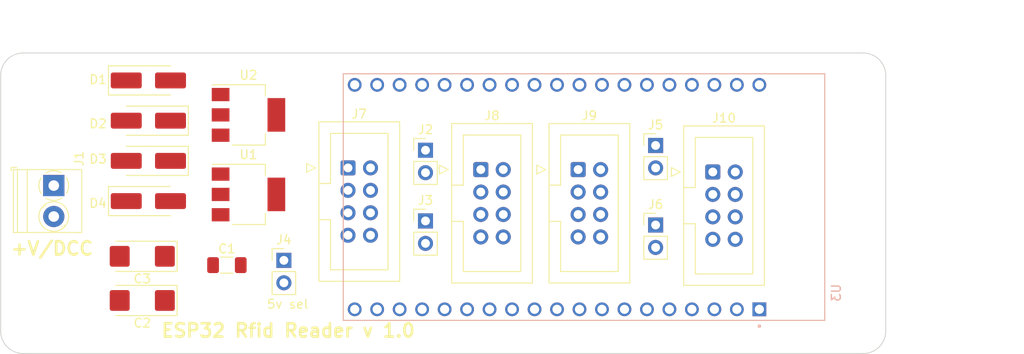
<source format=kicad_pcb>
(kicad_pcb (version 20221018) (generator pcbnew)
  (layers (0 "F.Cu" signal) (31 "B.Cu" signal) (34 "B.Paste" user) (35 "F.Paste" user) (36 "B.SilkS" user "B.Silkscreen") (37 "F.SilkS" user "F.Silkscreen") (38 "B.Mask" user) (39 "F.Mask" user) (44 "Edge.Cuts" user))
  (net 0 "")
  (net 1 "/5V")
  (net 2 "/GND")
  (net 3 "/+V")
  (net 4 "/DCC1")
  (net 5 "/DCC2")
  (net 6 "/3V3")
  (net 10 "/IRQ1")
  (net 11 "/IRQ2")
  (net 12 "/IRQ3")
  (net 13 "/IRQ4")
  (net 34 "/CS1")
  (net 35 "/SCK")
  (net 36 "/MOSI")
  (net 37 "/MISO")
  (net 38 "/EXT_5V")
  (net 39 "/RST")
  (net 40 "/CS2")
  (net 41 "/CS3")
  (net 42 "/CS4")
  (net 43 "/IO32")
  (net 44 "/IO33")
  (net 45 "/IO34")
  (net 46 "/IO35")
  (footprint "Capacitor_Tantalum_SMD:CP_EIA-6032-20_AVX-F_Pad2.25x2.35mm_HandSolder" (layer "F.Cu") (at 125 77 180)
    (fp_text reference "C2" (at 0 -2.55) (layer "F.SilkS"))
    (fp_text value "10uF/25V")
    (fp_line (start -3.935 -1.71) (end -3.935 1.71) (stroke (width 0.12)) (layer "F.SilkS"))
    (fp_line (start -3.935 1.71) (end 3 1.71) (stroke (width 0.12)) (layer "F.SilkS"))
    (fp_line (start 3 -1.71) (end -3.935 -1.71) (stroke (width 0.12)) (layer "F.SilkS"))
    (pad "1" smd roundrect (at -2.55 0 180) (size 2.25 2.35) (layers "F.Cu" "F.Paste" "F.Mask") (roundrect_rratio 0.1111111111) (net 3 "/+V"))
    (pad "2" smd roundrect (at 2.55 0 180) (size 2.25 2.35) (layers "F.Cu" "F.Paste" "F.Mask") (roundrect_rratio 0.1111111111) (net 2 "/GND"))
  )
  (footprint "Connector_IDC:IDC-Header_2x04_P2.54mm_Vertical" (layer "F.Cu") (at 148.2475 62)
    (fp_text reference "J7" (at 1.27 -6.1) (layer "F.SilkS"))
    (fp_text value "IDC1")
    (fp_line (start -4.68 -0.5) (end -4.68 0.5) (stroke (width 0.12)) (layer "F.SilkS"))
    (fp_line (start -4.68 0.5) (end -3.68 0) (stroke (width 0.12)) (layer "F.SilkS"))
    (fp_line (start -3.68 0) (end -4.68 -0.5) (stroke (width 0.12)) (layer "F.SilkS"))
    (fp_line (start -3.29 -5.21) (end 5.83 -5.21) (stroke (width 0.12)) (layer "F.SilkS"))
    (fp_line (start -3.29 1.76) (end -1.98 1.76) (stroke (width 0.12)) (layer "F.SilkS"))
    (fp_line (start -3.29 12.83) (end -3.29 -5.21) (stroke (width 0.12)) (layer "F.SilkS"))
    (fp_line (start -1.98 -3.91) (end 4.52 -3.91) (stroke (width 0.12)) (layer "F.SilkS"))
    (fp_line (start -1.98 1.76) (end -1.98 -3.91) (stroke (width 0.12)) (layer "F.SilkS"))
    (fp_line (start -1.98 5.86) (end -3.29 5.86) (stroke (width 0.12)) (layer "F.SilkS"))
    (fp_line (start -1.98 5.86) (end -1.98 5.86) (stroke (width 0.12)) (layer "F.SilkS"))
    (fp_line (start -1.98 11.53) (end -1.98 5.86) (stroke (width 0.12)) (layer "F.SilkS"))
    (fp_line (start 4.52 -3.91) (end 4.52 11.53) (stroke (width 0.12)) (layer "F.SilkS"))
    (fp_line (start 4.52 11.53) (end -1.98 11.53) (stroke (width 0.12)) (layer "F.SilkS"))
    (fp_line (start 5.83 -5.21) (end 5.83 12.83) (stroke (width 0.12)) (layer "F.SilkS"))
    (fp_line (start 5.83 12.83) (end -3.29 12.83) (stroke (width 0.12)) (layer "F.SilkS"))
    (pad "1" thru_hole roundrect (at 0 0) (size 1.7 1.7) (drill 1) (layers "*.Cu" "*.Mask") (roundrect_rratio 0.147059) (net 34 "/CS1"))
    (pad "2" thru_hole circle (at 2.54 0) (size 1.7 1.7) (drill 1) (layers "*.Cu" "*.Mask") (net 35 "/SCK"))
    (pad "3" thru_hole circle (at 0 2.54) (size 1.7 1.7) (drill 1) (layers "*.Cu" "*.Mask") (net 36 "/MOSI"))
    (pad "4" thru_hole circle (at 2.54 2.54) (size 1.7 1.7) (drill 1) (layers "*.Cu" "*.Mask") (net 37 "/MISO"))
    (pad "5" thru_hole circle (at 0 5.08) (size 1.7 1.7) (drill 1) (layers "*.Cu" "*.Mask") (net 10 "/IRQ1"))
    (pad "6" thru_hole circle (at 2.54 5.08) (size 1.7 1.7) (drill 1) (layers "*.Cu" "*.Mask") (net 2 "/GND"))
    (pad "7" thru_hole circle (at 0 7.62) (size 1.7 1.7) (drill 1) (layers "*.Cu" "*.Mask") (net 39 "/RST"))
    (pad "8" thru_hole circle (at 2.54 7.62) (size 1.7 1.7) (drill 1) (layers "*.Cu" "*.Mask") (net 6 "/3V3"))
  )
  (footprint "Capacitor_SMD:C_1206_3216Metric_Pad1.33x1.80mm_HandSolder" (layer "F.Cu") (at 134.5625 73)
    (fp_text reference "C1" (at 0 -1.85) (layer "F.SilkS"))
    (fp_text value "10uf/16V")
    (fp_line (start -0.711252 -0.91) (end 0.711252 -0.91) (stroke (width 0.12)) (layer "F.SilkS"))
    (fp_line (start -0.711252 0.91) (end 0.711252 0.91) (stroke (width 0.12)) (layer "F.SilkS"))
    (pad "1" smd roundrect (at -1.5625 0) (size 1.325 1.8) (layers "F.Cu" "F.Paste" "F.Mask") (roundrect_rratio 0.1886792453) (net 1 "/5V"))
    (pad "2" smd roundrect (at 1.5625 0) (size 1.325 1.8) (layers "F.Cu" "F.Paste" "F.Mask") (roundrect_rratio 0.1886792453) (net 2 "/GND"))
  )
  (footprint "Diode_SMD:D_SMA_Handsoldering" (layer "F.Cu") (at 125.69 65.7536)
    (fp_text reference "D4" (at -5.69 0.2464) (layer "F.SilkS"))
    (fp_text value "RBR3L60AD" hide)
    (fp_line (start -4.51 -1.65) (end -4.51 1.65) (stroke (width 0.12)) (layer "F.SilkS"))
    (fp_line (start -4.51 -1.65) (end 2.5 -1.65) (stroke (width 0.12)) (layer "F.SilkS"))
    (fp_line (start -4.51 1.65) (end 2.5 1.65) (stroke (width 0.12)) (layer "F.SilkS"))
    (pad "1" smd roundrect (at -2.5 0) (size 3.5 1.8) (layers "F.Cu" "F.Paste" "F.Mask") (roundrect_rratio 0.1388888889) (net 3 "/+V"))
    (pad "2" smd roundrect (at 2.5 0) (size 3.5 1.8) (layers "F.Cu" "F.Paste" "F.Mask") (roundrect_rratio 0.1388888889) (net 5 "/DCC2"))
  )
  (footprint "Connector_IDC:IDC-Header_2x04_P2.54mm_Vertical" (layer "F.Cu") (at 174.2475 62.19)
    (fp_text reference "J9" (at 1.27 -6.1) (layer "F.SilkS"))
    (fp_text value "IDC3")
    (fp_line (start -4.68 -0.5) (end -4.68 0.5) (stroke (width 0.12)) (layer "F.SilkS"))
    (fp_line (start -4.68 0.5) (end -3.68 0) (stroke (width 0.12)) (layer "F.SilkS"))
    (fp_line (start -3.68 0) (end -4.68 -0.5) (stroke (width 0.12)) (layer "F.SilkS"))
    (fp_line (start -3.29 -5.21) (end 5.83 -5.21) (stroke (width 0.12)) (layer "F.SilkS"))
    (fp_line (start -3.29 1.76) (end -1.98 1.76) (stroke (width 0.12)) (layer "F.SilkS"))
    (fp_line (start -3.29 12.83) (end -3.29 -5.21) (stroke (width 0.12)) (layer "F.SilkS"))
    (fp_line (start -1.98 -3.91) (end 4.52 -3.91) (stroke (width 0.12)) (layer "F.SilkS"))
    (fp_line (start -1.98 1.76) (end -1.98 -3.91) (stroke (width 0.12)) (layer "F.SilkS"))
    (fp_line (start -1.98 5.86) (end -3.29 5.86) (stroke (width 0.12)) (layer "F.SilkS"))
    (fp_line (start -1.98 5.86) (end -1.98 5.86) (stroke (width 0.12)) (layer "F.SilkS"))
    (fp_line (start -1.98 11.53) (end -1.98 5.86) (stroke (width 0.12)) (layer "F.SilkS"))
    (fp_line (start 4.52 -3.91) (end 4.52 11.53) (stroke (width 0.12)) (layer "F.SilkS"))
    (fp_line (start 4.52 11.53) (end -1.98 11.53) (stroke (width 0.12)) (layer "F.SilkS"))
    (fp_line (start 5.83 -5.21) (end 5.83 12.83) (stroke (width 0.12)) (layer "F.SilkS"))
    (fp_line (start 5.83 12.83) (end -3.29 12.83) (stroke (width 0.12)) (layer "F.SilkS"))
    (pad "1" thru_hole roundrect (at 0 0) (size 1.7 1.7) (drill 1) (layers "*.Cu" "*.Mask") (roundrect_rratio 0.147059) (net 41 "/CS3"))
    (pad "2" thru_hole circle (at 2.54 0) (size 1.7 1.7) (drill 1) (layers "*.Cu" "*.Mask") (net 35 "/SCK"))
    (pad "3" thru_hole circle (at 0 2.54) (size 1.7 1.7) (drill 1) (layers "*.Cu" "*.Mask") (net 36 "/MOSI"))
    (pad "4" thru_hole circle (at 2.54 2.54) (size 1.7 1.7) (drill 1) (layers "*.Cu" "*.Mask") (net 37 "/MISO"))
    (pad "5" thru_hole circle (at 0 5.08) (size 1.7 1.7) (drill 1) (layers "*.Cu" "*.Mask") (net 12 "/IRQ3"))
    (pad "6" thru_hole circle (at 2.54 5.08) (size 1.7 1.7) (drill 1) (layers "*.Cu" "*.Mask") (net 2 "/GND"))
    (pad "7" thru_hole circle (at 0 7.62) (size 1.7 1.7) (drill 1) (layers "*.Cu" "*.Mask") (net 39 "/RST"))
    (pad "8" thru_hole circle (at 2.54 7.62) (size 1.7 1.7) (drill 1) (layers "*.Cu" "*.Mask") (net 6 "/3V3"))
  )
  (footprint "Diode_SMD:D_SMA_Handsoldering" (layer "F.Cu") (at 125.69 52.1036)
    (fp_text reference "D1" (at -5.69 -0.1036) (layer "F.SilkS"))
    (fp_text value "RBR3L60AD" hide)
    (fp_line (start -4.51 -1.65) (end -4.51 1.65) (stroke (width 0.12)) (layer "F.SilkS"))
    (fp_line (start -4.51 -1.65) (end 2.5 -1.65) (stroke (width 0.12)) (layer "F.SilkS"))
    (fp_line (start -4.51 1.65) (end 2.5 1.65) (stroke (width 0.12)) (layer "F.SilkS"))
    (pad "1" smd roundrect (at -2.5 0) (size 3.5 1.8) (layers "F.Cu" "F.Paste" "F.Mask") (roundrect_rratio 0.1388888889) (net 3 "/+V"))
    (pad "2" smd roundrect (at 2.5 0) (size 3.5 1.8) (layers "F.Cu" "F.Paste" "F.Mask") (roundrect_rratio 0.1388888889) (net 4 "/DCC1"))
  )
  (footprint "Diode_SMD:D_SMA_Handsoldering" (layer "F.Cu") (at 125.69 61.2036 180)
    (fp_text reference "D3" (at 5.69 0.2036) (layer "F.SilkS"))
    (fp_text value "RBR3L60AD" hide)
    (fp_line (start -4.51 -1.65) (end -4.51 1.65) (stroke (width 0.12)) (layer "F.SilkS"))
    (fp_line (start -4.51 -1.65) (end 2.5 -1.65) (stroke (width 0.12)) (layer "F.SilkS"))
    (fp_line (start -4.51 1.65) (end 2.5 1.65) (stroke (width 0.12)) (layer "F.SilkS"))
    (pad "1" smd roundrect (at -2.5 0 180) (size 3.5 1.8) (layers "F.Cu" "F.Paste" "F.Mask") (roundrect_rratio 0.1388888889) (net 5 "/DCC2"))
    (pad "2" smd roundrect (at 2.5 0 180) (size 3.5 1.8) (layers "F.Cu" "F.Paste" "F.Mask") (roundrect_rratio 0.1388888889) (net 2 "/GND"))
  )
  (footprint "Connector_PinHeader_2.54mm:PinHeader_1x02_P2.54mm_Vertical" (layer "F.Cu") (at 141 72.46)
    (fp_text reference "J4" (at 0 -2.33) (layer "F.SilkS"))
    (fp_text value "Conn_01x02" hide)
    (fp_line (start -1.33 -1.33) (end 0 -1.33) (stroke (width 0.12)) (layer "F.SilkS"))
    (fp_line (start -1.33 0) (end -1.33 -1.33) (stroke (width 0.12)) (layer "F.SilkS"))
    (fp_line (start -1.33 1.27) (end -1.33 3.87) (stroke (width 0.12)) (layer "F.SilkS"))
    (fp_line (start -1.33 1.27) (end 1.33 1.27) (stroke (width 0.12)) (layer "F.SilkS"))
    (fp_line (start -1.33 3.87) (end 1.33 3.87) (stroke (width 0.12)) (layer "F.SilkS"))
    (fp_line (start 1.33 1.27) (end 1.33 3.87) (stroke (width 0.12)) (layer "F.SilkS"))
    (pad "1" thru_hole rect (at 0 0) (size 1.7 1.7) (drill 1) (layers "*.Cu" "*.Mask") (net 38 "/EXT_5V"))
    (pad "2" thru_hole oval (at 0 2.54) (size 1.7 1.7) (drill 1) (layers "*.Cu" "*.Mask") (net 1 "/5V"))
  )
  (footprint "Connector_PinHeader_2.54mm:PinHeader_1x02_P2.54mm_Vertical" (layer "F.Cu") (at 183 59.46)
    (fp_text reference "J5" (at 0 -2.33) (layer "F.SilkS"))
    (fp_text value "Conn_01x02" hide)
    (fp_line (start -1.33 -1.33) (end 0 -1.33) (stroke (width 0.12)) (layer "F.SilkS"))
    (fp_line (start -1.33 0) (end -1.33 -1.33) (stroke (width 0.12)) (layer "F.SilkS"))
    (fp_line (start -1.33 1.27) (end -1.33 3.87) (stroke (width 0.12)) (layer "F.SilkS"))
    (fp_line (start -1.33 1.27) (end 1.33 1.27) (stroke (width 0.12)) (layer "F.SilkS"))
    (fp_line (start -1.33 3.87) (end 1.33 3.87) (stroke (width 0.12)) (layer "F.SilkS"))
    (fp_line (start 1.33 1.27) (end 1.33 3.87) (stroke (width 0.12)) (layer "F.SilkS"))
    (pad "1" thru_hole rect (at 0 0) (size 1.7 1.7) (drill 1) (layers "*.Cu" "*.Mask") (net 45 "/IO34"))
    (pad "2" thru_hole oval (at 0 2.54) (size 1.7 1.7) (drill 1) (layers "*.Cu" "*.Mask") (net 12 "/IRQ3"))
  )
  (footprint "MountingHole:MountingHole_3.2mm_M3_ISO14580" (layer "F.Cu") (at 206 80)
    (fp_text reference "H2" hide)
    (fp_text value "MountingHole" hide)
    (pad "" np_thru_hole circle (at 0 0) (size 3.2 3.2) (drill 3.2) (layers "*.Cu" "*.Mask"))
  )
  (footprint "Connector_PinHeader_2.54mm:PinHeader_1x02_P2.54mm_Vertical" (layer "F.Cu") (at 157 68)
    (fp_text reference "J3" (at 0 -2.33) (layer "F.SilkS"))
    (fp_text value "Conn_01x02" hide)
    (fp_line (start -1.33 -1.33) (end 0 -1.33) (stroke (width 0.12)) (layer "F.SilkS"))
    (fp_line (start -1.33 0) (end -1.33 -1.33) (stroke (width 0.12)) (layer "F.SilkS"))
    (fp_line (start -1.33 1.27) (end -1.33 3.87) (stroke (width 0.12)) (layer "F.SilkS"))
    (fp_line (start -1.33 1.27) (end 1.33 1.27) (stroke (width 0.12)) (layer "F.SilkS"))
    (fp_line (start -1.33 3.87) (end 1.33 3.87) (stroke (width 0.12)) (layer "F.SilkS"))
    (fp_line (start 1.33 1.27) (end 1.33 3.87) (stroke (width 0.12)) (layer "F.SilkS"))
    (pad "1" thru_hole rect (at 0 0) (size 1.7 1.7) (drill 1) (layers "*.Cu" "*.Mask") (net 44 "/IO33"))
    (pad "2" thru_hole oval (at 0 2.54) (size 1.7 1.7) (drill 1) (layers "*.Cu" "*.Mask") (net 11 "/IRQ2"))
  )
  (footprint "Package_TO_SOT_SMD:SOT-223-3_TabPin2" (layer "F.Cu") (at 137 65)
    (fp_text reference "U1" (at 0 -4.5) (layer "F.SilkS"))
    (fp_text value "AMS1117-3.3")
    (fp_line (start -4.1 -3.41) (end 1.91 -3.41) (stroke (width 0.12)) (layer "F.SilkS"))
    (fp_line (start -1.85 3.41) (end 1.91 3.41) (stroke (width 0.12)) (layer "F.SilkS"))
    (fp_line (start 1.91 -3.41) (end 1.91 -2.15) (stroke (width 0.12)) (layer "F.SilkS"))
    (fp_line (start 1.91 3.41) (end 1.91 2.15) (stroke (width 0.12)) (layer "F.SilkS"))
    (pad "1" smd rect (at -3.15 -2.3) (size 2 1.5) (layers "F.Cu" "F.Paste" "F.Mask") (net 2 "/GND"))
    (pad "2" smd rect (at -3.15 0) (size 2 1.5) (layers "F.Cu" "F.Paste" "F.Mask") (net 6 "/3V3"))
    (pad "2" smd rect (at 3.15 0) (size 2 3.8) (layers "F.Cu" "F.Paste" "F.Mask") (net 6 "/3V3"))
    (pad "3" smd rect (at -3.15 2.3) (size 2 1.5) (layers "F.Cu" "F.Paste" "F.Mask") (net 1 "/5V"))
  )
  (footprint "TerminalBlock_Phoenix:TerminalBlock_Phoenix_PT-1,5-2-3.5-H_1x02_P3.50mm_Horizontal" (layer "F.Cu") (at 115 64 -90)
    (fp_text reference "J1" (at -3.0464 -2.85 90) (layer "F.SilkS"))
    (fp_text value "Screw_Terminal_01x02" hide)
    (fp_line (start -2.05 4.16) (end -2.05 4.8) (stroke (width 0.12)) (layer "F.SilkS"))
    (fp_line (start -2.05 4.8) (end -1.65 4.8) (stroke (width 0.12)) (layer "F.SilkS"))
    (fp_line (start -1.81 -3.16) (end -1.81 4.56) (stroke (width 0.12)) (layer "F.SilkS"))
    (fp_line (start -1.81 -3.16) (end 5.31 -3.16) (stroke (width 0.12)) (layer "F.SilkS"))
    (fp_line (start -1.81 3) (end 5.31 3) (stroke (width 0.12)) (layer "F.SilkS"))
    (fp_line (start -1.81 4.1) (end 5.31 4.1) (stroke (width 0.12)) (layer "F.SilkS"))
    (fp_line (start -1.81 4.56) (end 5.31 4.56) (stroke (width 0.12)) (layer "F.SilkS"))
    (fp_line (start 2.355 0.941) (end 2.226 1.069) (stroke (width 0.12)) (layer "F.SilkS"))
    (fp_line (start 2.525 1.181) (end 2.431 1.274) (stroke (width 0.12)) (layer "F.SilkS"))
    (fp_line (start 4.57 -1.275) (end 4.476 -1.181) (stroke (width 0.12)) (layer "F.SilkS"))
    (fp_line (start 4.775 -1.069) (end 4.646 -0.941) (stroke (width 0.12)) (layer "F.SilkS"))
    (fp_line (start 5.31 -3.16) (end 5.31 4.56) (stroke (width 0.12)) (layer "F.SilkS"))
    (fp_arc (start -1.425358 0.889894) (mid -1.680286 0.014012) (end -1.44 -0.866) (stroke (width 0.12)) (layer "F.SilkS"))
    (fp_arc (start -0.889894 -1.425358) (mid -0.014012 -1.680286) (end 0.866 -1.44) (stroke (width 0.12)) (layer "F.SilkS"))
    (fp_arc (start 0.028674 1.680099) (mid -0.435535 1.622918) (end -0.866 1.44) (stroke (width 0.12)) (layer "F.SilkS"))
    (fp_arc (start 0.890264 1.424721) (mid 0.463071 1.61492) (end 0 1.68) (stroke (width 0.12)) (layer "F.SilkS"))
    (fp_arc (start 1.425504 -0.890193) (mid 1.680626 0.000476) (end 1.425 0.891) (stroke (width 0.12)) (layer "F.SilkS"))
    (fp_circle (center 3.5 0) (end 5.18 0) (stroke (width 0.12)) (fill none) (layer "F.SilkS"))
    (pad "1" thru_hole rect (at 0 0 270) (size 2.4 2.4) (drill 1.2) (layers "*.Cu" "*.Mask") (net 4 "/DCC1"))
    (pad "2" thru_hole circle (at 3.5 0 270) (size 2.4 2.4) (drill 1.2) (layers "*.Cu" "*.Mask") (net 5 "/DCC2"))
  )
  (footprint "MountingHole:MountingHole_3.2mm_M3_ISO14580" (layer "F.Cu") (at 112 80)
    (fp_text reference "H4" hide)
    (fp_text value "MountingHole" hide)
    (pad "" np_thru_hole circle (at 0 0) (size 3.2 3.2) (drill 3.2) (layers "*.Cu" "*.Mask"))
  )
  (footprint "Connector_IDC:IDC-Header_2x04_P2.54mm_Vertical" (layer "F.Cu") (at 163.2475 62.19)
    (fp_text reference "J8" (at 1.27 -6.1) (layer "F.SilkS"))
    (fp_text value "IDC2")
    (fp_line (start -4.68 -0.5) (end -4.68 0.5) (stroke (width 0.12)) (layer "F.SilkS"))
    (fp_line (start -4.68 0.5) (end -3.68 0) (stroke (width 0.12)) (layer "F.SilkS"))
    (fp_line (start -3.68 0) (end -4.68 -0.5) (stroke (width 0.12)) (layer "F.SilkS"))
    (fp_line (start -3.29 -5.21) (end 5.83 -5.21) (stroke (width 0.12)) (layer "F.SilkS"))
    (fp_line (start -3.29 1.76) (end -1.98 1.76) (stroke (width 0.12)) (layer "F.SilkS"))
    (fp_line (start -3.29 12.83) (end -3.29 -5.21) (stroke (width 0.12)) (layer "F.SilkS"))
    (fp_line (start -1.98 -3.91) (end 4.52 -3.91) (stroke (width 0.12)) (layer "F.SilkS"))
    (fp_line (start -1.98 1.76) (end -1.98 -3.91) (stroke (width 0.12)) (layer "F.SilkS"))
    (fp_line (start -1.98 5.86) (end -3.29 5.86) (stroke (width 0.12)) (layer "F.SilkS"))
    (fp_line (start -1.98 5.86) (end -1.98 5.86) (stroke (width 0.12)) (layer "F.SilkS"))
    (fp_line (start -1.98 11.53) (end -1.98 5.86) (stroke (width 0.12)) (layer "F.SilkS"))
    (fp_line (start 4.52 -3.91) (end 4.52 11.53) (stroke (width 0.12)) (layer "F.SilkS"))
    (fp_line (start 4.52 11.53) (end -1.98 11.53) (stroke (width 0.12)) (layer "F.SilkS"))
    (fp_line (start 5.83 -5.21) (end 5.83 12.83) (stroke (width 0.12)) (layer "F.SilkS"))
    (fp_line (start 5.83 12.83) (end -3.29 12.83) (stroke (width 0.12)) (layer "F.SilkS"))
    (pad "1" thru_hole roundrect (at 0 0) (size 1.7 1.7) (drill 1) (layers "*.Cu" "*.Mask") (roundrect_rratio 0.147059) (net 40 "/CS2"))
    (pad "2" thru_hole circle (at 2.54 0) (size 1.7 1.7) (drill 1) (layers "*.Cu" "*.Mask") (net 35 "/SCK"))
    (pad "3" thru_hole circle (at 0 2.54) (size 1.7 1.7) (drill 1) (layers "*.Cu" "*.Mask") (net 36 "/MOSI"))
    (pad "4" thru_hole circle (at 2.54 2.54) (size 1.7 1.7) (drill 1) (layers "*.Cu" "*.Mask") (net 37 "/MISO"))
    (pad "5" thru_hole circle (at 0 5.08) (size 1.7 1.7) (drill 1) (layers "*.Cu" "*.Mask") (net 11 "/IRQ2"))
    (pad "6" thru_hole circle (at 2.54 5.08) (size 1.7 1.7) (drill 1) (layers "*.Cu" "*.Mask") (net 2 "/GND"))
    (pad "7" thru_hole circle (at 0 7.62) (size 1.7 1.7) (drill 1) (layers "*.Cu" "*.Mask") (net 39 "/RST"))
    (pad "8" thru_hole circle (at 2.54 7.62) (size 1.7 1.7) (drill 1) (layers "*.Cu" "*.Mask") (net 6 "/3V3"))
  )
  (footprint "Capacitor_Tantalum_SMD:CP_EIA-6032-20_AVX-F_Pad2.25x2.35mm_HandSolder" (layer "F.Cu") (at 125 72 180)
    (fp_text reference "C3" (at 0 -2.55) (layer "F.SilkS"))
    (fp_text value "10uF/25v")
    (fp_line (start -3.935 -1.71) (end -3.935 1.71) (stroke (width 0.12)) (layer "F.SilkS"))
    (fp_line (start -3.935 1.71) (end 3 1.71) (stroke (width 0.12)) (layer "F.SilkS"))
    (fp_line (start 3 -1.71) (end -3.935 -1.71) (stroke (width 0.12)) (layer "F.SilkS"))
    (pad "1" smd roundrect (at -2.55 0 180) (size 2.25 2.35) (layers "F.Cu" "F.Paste" "F.Mask") (roundrect_rratio 0.1111111111) (net 3 "/+V"))
    (pad "2" smd roundrect (at 2.55 0 180) (size 2.25 2.35) (layers "F.Cu" "F.Paste" "F.Mask") (roundrect_rratio 0.1111111111) (net 2 "/GND"))
  )
  (footprint "Package_TO_SOT_SMD:SOT-223-3_TabPin2" (layer "F.Cu") (at 137 56)
    (fp_text reference "U2" (at 0 -4.5) (layer "F.SilkS"))
    (fp_text value "AMS1117-5.0")
    (fp_line (start -4.1 -3.41) (end 1.91 -3.41) (stroke (width 0.12)) (layer "F.SilkS"))
    (fp_line (start -1.85 3.41) (end 1.91 3.41) (stroke (width 0.12)) (layer "F.SilkS"))
    (fp_line (start 1.91 -3.41) (end 1.91 -2.15) (stroke (width 0.12)) (layer "F.SilkS"))
    (fp_line (start 1.91 3.41) (end 1.91 2.15) (stroke (width 0.12)) (layer "F.SilkS"))
    (pad "1" smd rect (at -3.15 -2.3) (size 2 1.5) (layers "F.Cu" "F.Paste" "F.Mask") (net 2 "/GND"))
    (pad "2" smd rect (at -3.15 0) (size 2 1.5) (layers "F.Cu" "F.Paste" "F.Mask") (net 1 "/5V"))
    (pad "2" smd rect (at 3.15 0) (size 2 3.8) (layers "F.Cu" "F.Paste" "F.Mask") (net 1 "/5V"))
    (pad "3" smd rect (at -3.15 2.3) (size 2 1.5) (layers "F.Cu" "F.Paste" "F.Mask") (net 3 "/+V"))
  )
  (footprint "Connector_PinHeader_2.54mm:PinHeader_1x02_P2.54mm_Vertical" (layer "F.Cu") (at 183 68.46)
    (fp_text reference "J6" (at 0 -2.33) (layer "F.SilkS"))
    (fp_text value "Conn_01x02" hide)
    (fp_line (start -1.33 -1.33) (end 0 -1.33) (stroke (width 0.12)) (layer "F.SilkS"))
    (fp_line (start -1.33 0) (end -1.33 -1.33) (stroke (width 0.12)) (layer "F.SilkS"))
    (fp_line (start -1.33 1.27) (end -1.33 3.87) (stroke (width 0.12)) (layer "F.SilkS"))
    (fp_line (start -1.33 1.27) (end 1.33 1.27) (stroke (width 0.12)) (layer "F.SilkS"))
    (fp_line (start -1.33 3.87) (end 1.33 3.87) (stroke (width 0.12)) (layer "F.SilkS"))
    (fp_line (start 1.33 1.27) (end 1.33 3.87) (stroke (width 0.12)) (layer "F.SilkS"))
    (pad "1" thru_hole rect (at 0 0) (size 1.7 1.7) (drill 1) (layers "*.Cu" "*.Mask") (net 46 "/IO35"))
    (pad "2" thru_hole oval (at 0 2.54) (size 1.7 1.7) (drill 1) (layers "*.Cu" "*.Mask") (net 13 "/IRQ4"))
  )
  (footprint "MountingHole:MountingHole_3.2mm_M3_ISO14580" (layer "F.Cu") (at 112 52)
    (fp_text reference "H3" hide)
    (fp_text value "MountingHole" hide)
    (pad "" np_thru_hole circle (at 0 0) (size 3.2 3.2) (drill 3.2) (layers "*.Cu" "*.Mask"))
  )
  (footprint "Connector_IDC:IDC-Header_2x04_P2.54mm_Vertical" (layer "F.Cu") (at 189.46 62.46)
    (fp_text reference "J10" (at 1.27 -6.1) (layer "F.SilkS"))
    (fp_text value "IDC4")
    (fp_line (start -4.68 -0.5) (end -4.68 0.5) (stroke (width 0.12)) (layer "F.SilkS"))
    (fp_line (start -4.68 0.5) (end -3.68 0) (stroke (width 0.12)) (layer "F.SilkS"))
    (fp_line (start -3.68 0) (end -4.68 -0.5) (stroke (width 0.12)) (layer "F.SilkS"))
    (fp_line (start -3.29 -5.21) (end 5.83 -5.21) (stroke (width 0.12)) (layer "F.SilkS"))
    (fp_line (start -3.29 1.76) (end -1.98 1.76) (stroke (width 0.12)) (layer "F.SilkS"))
    (fp_line (start -3.29 12.83) (end -3.29 -5.21) (stroke (width 0.12)) (layer "F.SilkS"))
    (fp_line (start -1.98 -3.91) (end 4.52 -3.91) (stroke (width 0.12)) (layer "F.SilkS"))
    (fp_line (start -1.98 1.76) (end -1.98 -3.91) (stroke (width 0.12)) (layer "F.SilkS"))
    (fp_line (start -1.98 5.86) (end -3.29 5.86) (stroke (width 0.12)) (layer "F.SilkS"))
    (fp_line (start -1.98 5.86) (end -1.98 5.86) (stroke (width 0.12)) (layer "F.SilkS"))
    (fp_line (start -1.98 11.53) (end -1.98 5.86) (stroke (width 0.12)) (layer "F.SilkS"))
    (fp_line (start 4.52 -3.91) (end 4.52 11.53) (stroke (width 0.12)) (layer "F.SilkS"))
    (fp_line (start 4.52 11.53) (end -1.98 11.53) (stroke (width 0.12)) (layer "F.SilkS"))
    (fp_line (start 5.83 -5.21) (end 5.83 12.83) (stroke (width 0.12)) (layer "F.SilkS"))
    (fp_line (start 5.83 12.83) (end -3.29 12.83) (stroke (width 0.12)) (layer "F.SilkS"))
    (pad "1" thru_hole roundrect (at 0 0) (size 1.7 1.7) (drill 1) (layers "*.Cu" "*.Mask") (roundrect_rratio 0.147059) (net 42 "/CS4"))
    (pad "2" thru_hole circle (at 2.54 0) (size 1.7 1.7) (drill 1) (layers "*.Cu" "*.Mask") (net 35 "/SCK"))
    (pad "3" thru_hole circle (at 0 2.54) (size 1.7 1.7) (drill 1) (layers "*.Cu" "*.Mask") (net 36 "/MOSI"))
    (pad "4" thru_hole circle (at 2.54 2.54) (size 1.7 1.7) (drill 1) (layers "*.Cu" "*.Mask") (net 37 "/MISO"))
    (pad "5" thru_hole circle (at 0 5.08) (size 1.7 1.7) (drill 1) (layers "*.Cu" "*.Mask") (net 13 "/IRQ4"))
    (pad "6" thru_hole circle (at 2.54 5.08) (size 1.7 1.7) (drill 1) (layers "*.Cu" "*.Mask") (net 2 "/GND"))
    (pad "7" thru_hole circle (at 0 7.62) (size 1.7 1.7) (drill 1) (layers "*.Cu" "*.Mask") (net 39 "/RST"))
    (pad "8" thru_hole circle (at 2.54 7.62) (size 1.7 1.7) (drill 1) (layers "*.Cu" "*.Mask") (net 6 "/3V3"))
  )
  (footprint "Connector_PinHeader_2.54mm:PinHeader_1x02_P2.54mm_Vertical" (layer "F.Cu") (at 157 60)
    (fp_text reference "J2" (at 0 -2.33) (layer "F.SilkS"))
    (fp_text value "Conn_01x02" hide)
    (fp_line (start -1.33 -1.33) (end 0 -1.33) (stroke (width 0.12)) (layer "F.SilkS"))
    (fp_line (start -1.33 0) (end -1.33 -1.33) (stroke (width 0.12)) (layer "F.SilkS"))
    (fp_line (start -1.33 1.27) (end -1.33 3.87) (stroke (width 0.12)) (layer "F.SilkS"))
    (fp_line (start -1.33 1.27) (end 1.33 1.27) (stroke (width 0.12)) (layer "F.SilkS"))
    (fp_line (start -1.33 3.87) (end 1.33 3.87) (stroke (width 0.12)) (layer "F.SilkS"))
    (fp_line (start 1.33 1.27) (end 1.33 3.87) (stroke (width 0.12)) (layer "F.SilkS"))
    (pad "1" thru_hole rect (at 0 0) (size 1.7 1.7) (drill 1) (layers "*.Cu" "*.Mask") (net 43 "/IO32"))
    (pad "2" thru_hole oval (at 0 2.54) (size 1.7 1.7) (drill 1) (layers "*.Cu" "*.Mask") (net 10 "/IRQ1"))
  )
  (footprint "Diode_SMD:D_SMA_Handsoldering" (layer "F.Cu") (at 125.69 56.6536 180)
    (fp_text reference "D2" (at 5.69 -0.3464) (layer "F.SilkS"))
    (fp_text value "RBR3L60AD" hide)
    (fp_line (start -4.51 -1.65) (end -4.51 1.65) (stroke (width 0.12)) (layer "F.SilkS"))
    (fp_line (start -4.51 -1.65) (end 2.5 -1.65) (stroke (width 0.12)) (layer "F.SilkS"))
    (fp_line (start -4.51 1.65) (end 2.5 1.65) (stroke (width 0.12)) (layer "F.SilkS"))
    (pad "1" smd roundrect (at -2.5 0 180) (size 3.5 1.8) (layers "F.Cu" "F.Paste" "F.Mask") (roundrect_rratio 0.1388888889) (net 4 "/DCC1"))
    (pad "2" smd roundrect (at 2.5 0 180) (size 3.5 1.8) (layers "F.Cu" "F.Paste" "F.Mask") (roundrect_rratio 0.1388888889) (net 2 "/GND"))
  )
  (footprint "MountingHole:MountingHole_3.2mm_M3_ISO14580" (layer "F.Cu") (at 206 52)
    (fp_text reference "H1" hide)
    (fp_text value "MountingHole" hide)
    (pad "" np_thru_hole circle (at 0 0) (size 3.2 3.2) (drill 3.2) (layers "*.Cu" "*.Mask"))
  )
  (footprint "ESP32-DEVKITC-32D:MODULE_ESP32-DEVKITC-32D" (layer "B.Cu") (at 174.96 65.3 90)
    (fp_text reference "U3" (at -10.829175 28.446045 90) (layer "B.SilkS") (effects (font (size 1.000386 1.000386)) (justify mirror)))
    (fp_text value "ESP32-DEVKITC-32D")
    (fp_line (start -13.95 -27.25) (end -13.95 27.15) (stroke (width 0.127)) (layer "B.SilkS"))
    (fp_line (start -13.95 27.15) (end 13.95 27.15) (stroke (width 0.127)) (layer "B.SilkS"))
    (fp_line (start 13.95 -27.25) (end -13.95 -27.25) (stroke (width 0.127)) (layer "B.SilkS"))
    (fp_line (start 13.95 27.15) (end 13.95 -27.25) (stroke (width 0.127)) (layer "B.SilkS"))
    (fp_circle (center -14.6 19.76) (end -14.5 19.76) (stroke (width 0.2)) (fill none) (layer "B.SilkS"))
    (pad "J2-1" thru_hole rect (at -12.7 19.76 90) (size 1.56 1.56) (drill 1.04) (layers "*.Cu" "*.Mask") (net 6 "/3V3"))
    (pad "J2-2" thru_hole circle (at -12.7 17.22 90) (size 1.56 1.56) (drill 1.04) (layers "*.Cu" "*.Mask"))
    (pad "J2-3" thru_hole circle (at -12.7 14.68 90) (size 1.56 1.56) (drill 1.04) (layers "*.Cu" "*.Mask"))
    (pad "J2-4" thru_hole circle (at -12.7 12.14 90) (size 1.56 1.56) (drill 1.04) (layers "*.Cu" "*.Mask"))
    (pad "J2-5" thru_hole circle (at -12.7 9.6 90) (size 1.56 1.56) (drill 1.04) (layers "*.Cu" "*.Mask") (net 45 "/IO34"))
    (pad "J2-6" thru_hole circle (at -12.7 7.06 90) (size 1.56 1.56) (drill 1.04) (layers "*.Cu" "*.Mask") (net 46 "/IO35"))
    (pad "J2-7" thru_hole circle (at -12.7 4.52 90) (size 1.56 1.56) (drill 1.04) (layers "*.Cu" "*.Mask") (net 43 "/IO32"))
    (pad "J2-8" thru_hole circle (at -12.7 1.98 90) (size 1.56 1.56) (drill 1.04) (layers "*.Cu" "*.Mask") (net 44 "/IO33"))
    (pad "J2-9" thru_hole circle (at -12.7 -0.56 90) (size 1.56 1.56) (drill 1.04) (layers "*.Cu" "*.Mask"))
    (pad "J2-10" thru_hole circle (at -12.7 -3.1 90) (size 1.56 1.56) (drill 1.04) (layers "*.Cu" "*.Mask"))
    (pad "J2-11" thru_hole circle (at -12.7 -5.64 90) (size 1.56 1.56) (drill 1.04) (layers "*.Cu" "*.Mask") (net 39 "/RST"))
    (pad "J2-12" thru_hole circle (at -12.7 -8.18 90) (size 1.56 1.56) (drill 1.04) (layers "*.Cu" "*.Mask"))
    (pad "J2-13" thru_hole circle (at -12.7 -10.72 90) (size 1.56 1.56) (drill 1.04) (layers "*.Cu" "*.Mask"))
    (pad "J2-14" thru_hole circle (at -12.7 -13.26 90) (size 1.56 1.56) (drill 1.04) (layers "*.Cu" "*.Mask"))
    (pad "J2-15" thru_hole circle (at -12.7 -15.8 90) (size 1.56 1.56) (drill 1.04) (layers "*.Cu" "*.Mask"))
    (pad "J2-16" thru_hole circle (at -12.7 -18.34 90) (size 1.56 1.56) (drill 1.04) (layers "*.Cu" "*.Mask"))
    (pad "J2-17" thru_hole circle (at -12.7 -20.88 90) (size 1.56 1.56) (drill 1.04) (layers "*.Cu" "*.Mask"))
    (pad "J2-18" thru_hole circle (at -12.7 -23.42 90) (size 1.56 1.56) (drill 1.04) (layers "*.Cu" "*.Mask"))
    (pad "J2-19" thru_hole circle (at -12.7 -25.96 90) (size 1.56 1.56) (drill 1.04) (layers "*.Cu" "*.Mask") (net 38 "/EXT_5V"))
    (pad "J3-1" thru_hole circle (at 12.7 19.76 90) (size 1.56 1.56) (drill 1.04) (layers "*.Cu" "*.Mask") (net 2 "/GND"))
    (pad "J3-2" thru_hole circle (at 12.7 17.22 90) (size 1.56 1.56) (drill 1.04) (layers "*.Cu" "*.Mask") (net 36 "/MOSI"))
    (pad "J3-3" thru_hole circle (at 12.7 14.68 90) (size 1.56 1.56) (drill 1.04) (layers "*.Cu" "*.Mask"))
    (pad "J3-4" thru_hole circle (at 12.7 12.14 90) (size 1.56 1.56) (drill 1.04) (layers "*.Cu" "*.Mask"))
    (pad "J3-5" thru_hole circle (at 12.7 9.6 90) (size 1.56 1.56) (drill 1.04) (layers "*.Cu" "*.Mask"))
    (pad "J3-6" thru_hole circle (at 12.7 7.06 90) (size 1.56 1.56) (drill 1.04) (layers "*.Cu" "*.Mask"))
    (pad "J3-7" thru_hole circle (at 12.7 4.52 90) (size 1.56 1.56) (drill 1.04) (layers "*.Cu" "*.Mask"))
    (pad "J3-8" thru_hole circle (at 12.7 1.98 90) (size 1.56 1.56) (drill 1.04) (layers "*.Cu" "*.Mask") (net 37 "/MISO"))
    (pad "J3-9" thru_hole circle (at 12.7 -0.56 90) (size 1.56 1.56) (drill 1.04) (layers "*.Cu" "*.Mask") (net 35 "/SCK"))
    (pad "J3-10" thru_hole circle (at 12.7 -3.1 90) (size 1.56 1.56) (drill 1.04) (layers "*.Cu" "*.Mask") (net 34 "/CS1"))
    (pad "J3-11" thru_hole circle (at 12.7 -5.64 90) (size 1.56 1.56) (drill 1.04) (layers "*.Cu" "*.Mask") (net 40 "/CS2"))
    (pad "J3-12" thru_hole circle (at 12.7 -8.18 90) (size 1.56 1.56) (drill 1.04) (layers "*.Cu" "*.Mask") (net 41 "/CS3"))
    (pad "J3-13" thru_hole circle (at 12.7 -10.72 90) (size 1.56 1.56) (drill 1.04) (layers "*.Cu" "*.Mask") (net 42 "/CS4"))
    (pad "J3-14" thru_hole circle (at 12.7 -13.26 90) (size 1.56 1.56) (drill 1.04) (layers "*.Cu" "*.Mask"))
    (pad "J3-15" thru_hole circle (at 12.7 -15.8 90) (size 1.56 1.56) (drill 1.04) (layers "*.Cu" "*.Mask"))
    (pad "J3-16" thru_hole circle (at 12.7 -18.34 90) (size 1.56 1.56) (drill 1.04) (layers "*.Cu" "*.Mask"))
    (pad "J3-17" thru_hole circle (at 12.7 -20.88 90) (size 1.56 1.56) (drill 1.04) (layers "*.Cu" "*.Mask"))
    (pad "J3-18" thru_hole circle (at 12.7 -23.42 90) (size 1.56 1.56) (drill 1.04) (layers "*.Cu" "*.Mask"))
    (pad "J3-19" thru_hole circle (at 12.7 -25.96 90) (size 1.56 1.56) (drill 1.04) (layers "*.Cu" "*.Mask"))
  )
  (gr_line (start 111.54 49) (end 206.46 49) (stroke (width 0.1)) (layer "Edge.Cuts"))
  (gr_arc (start 109 51.54) (mid 109.743949 49.743949) (end 111.54 49) (stroke (width 0.1)) (layer "Edge.Cuts"))
  (gr_line (start 206.46 83) (end 111.54 83) (stroke (width 0.1)) (layer "Edge.Cuts"))
  (gr_arc (start 209 80.46) (mid 208.256051 82.256051) (end 206.46 83) (stroke (width 0.1)) (layer "Edge.Cuts"))
  (gr_arc (start 206.46 49) (mid 208.256051 49.743949) (end 209 51.54) (stroke (width 0.1)) (layer "Edge.Cuts"))
  (gr_line (start 209 51.54) (end 209 80.46) (stroke (width 0.1)) (layer "Edge.Cuts"))
  (gr_line (start 109 80.46) (end 109 51.54) (stroke (width 0.1)) (layer "Edge.Cuts"))
  (gr_arc (start 111.54 83) (mid 109.743949 82.256051) (end 109 80.46) (stroke (width 0.1)) (layer "Edge.Cuts"))
  (gr_text "+V/DCC" (at 110 72) (layer "F.SilkS") (effects (font (size 1.5 1.5) (thickness 0.3) bold) (justify left bottom)))
  (gr_text "5v sel" (at 139 78) (layer "F.SilkS") (effects (font (size 1 1)) (justify left bottom)))
  (gr_text "ESP32 Rfid Reader v 1.0" (at 127 81.28) (layer "F.SilkS") (effects (font (size 1.5 1.5) (thickness 0.3) bold) (justify left bottom)))
)
</source>
